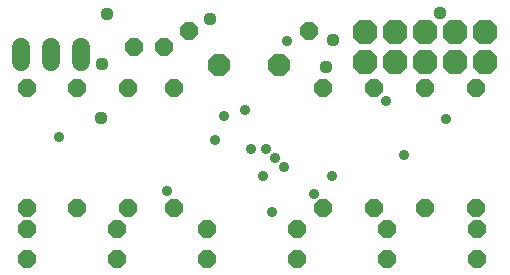
<source format=gbs>
G75*
%MOIN*%
%OFA0B0*%
%FSLAX25Y25*%
%IPPOS*%
%LPD*%
%AMOC8*
5,1,8,0,0,1.08239X$1,22.5*
%
%ADD10OC8,0.07100*%
%ADD11OC8,0.06000*%
%ADD12OC8,0.08200*%
%ADD13C,0.06000*%
%ADD14C,0.03600*%
%ADD15C,0.04369*%
D10*
X0089330Y0072582D03*
X0109330Y0072582D03*
D11*
X0025330Y0008082D03*
X0025330Y0018082D03*
X0025330Y0025082D03*
X0041830Y0025082D03*
X0055330Y0018082D03*
X0058830Y0025082D03*
X0074330Y0025082D03*
X0085330Y0018082D03*
X0085330Y0008082D03*
X0115330Y0008082D03*
X0115330Y0018082D03*
X0123830Y0025082D03*
X0140830Y0025082D03*
X0145330Y0018082D03*
X0157830Y0025082D03*
X0174830Y0025082D03*
X0175330Y0018082D03*
X0175330Y0008082D03*
X0145330Y0008082D03*
X0055330Y0008082D03*
X0058830Y0065082D03*
X0074330Y0065082D03*
X0070830Y0078582D03*
X0060830Y0078582D03*
X0079330Y0084082D03*
X0041830Y0065082D03*
X0025330Y0065082D03*
X0119330Y0084082D03*
X0123830Y0065082D03*
X0140830Y0065082D03*
X0157830Y0065082D03*
X0174830Y0065082D03*
D12*
X0177830Y0073582D03*
X0167830Y0073582D03*
X0157830Y0073582D03*
X0147830Y0073582D03*
X0137830Y0073582D03*
X0137830Y0083582D03*
X0147830Y0083582D03*
X0157830Y0083582D03*
X0167830Y0083582D03*
X0177830Y0083582D03*
D13*
X0043330Y0078682D02*
X0043330Y0073482D01*
X0033330Y0073482D02*
X0033330Y0078682D01*
X0023330Y0078682D02*
X0023330Y0073482D01*
D14*
X0035830Y0048582D03*
X0071830Y0030582D03*
X0099830Y0044582D03*
X0104830Y0044582D03*
X0107830Y0041582D03*
X0110830Y0038582D03*
X0103830Y0035582D03*
X0120830Y0029582D03*
X0126830Y0035582D03*
X0106830Y0023582D03*
X0150830Y0042582D03*
X0164830Y0054582D03*
X0144830Y0060582D03*
X0111830Y0080582D03*
X0097830Y0057582D03*
X0090830Y0055582D03*
X0087830Y0047582D03*
D15*
X0049830Y0055082D03*
X0050330Y0073082D03*
X0051830Y0089582D03*
X0086330Y0088082D03*
X0124830Y0072082D03*
X0127330Y0081082D03*
X0162830Y0090082D03*
M02*

</source>
